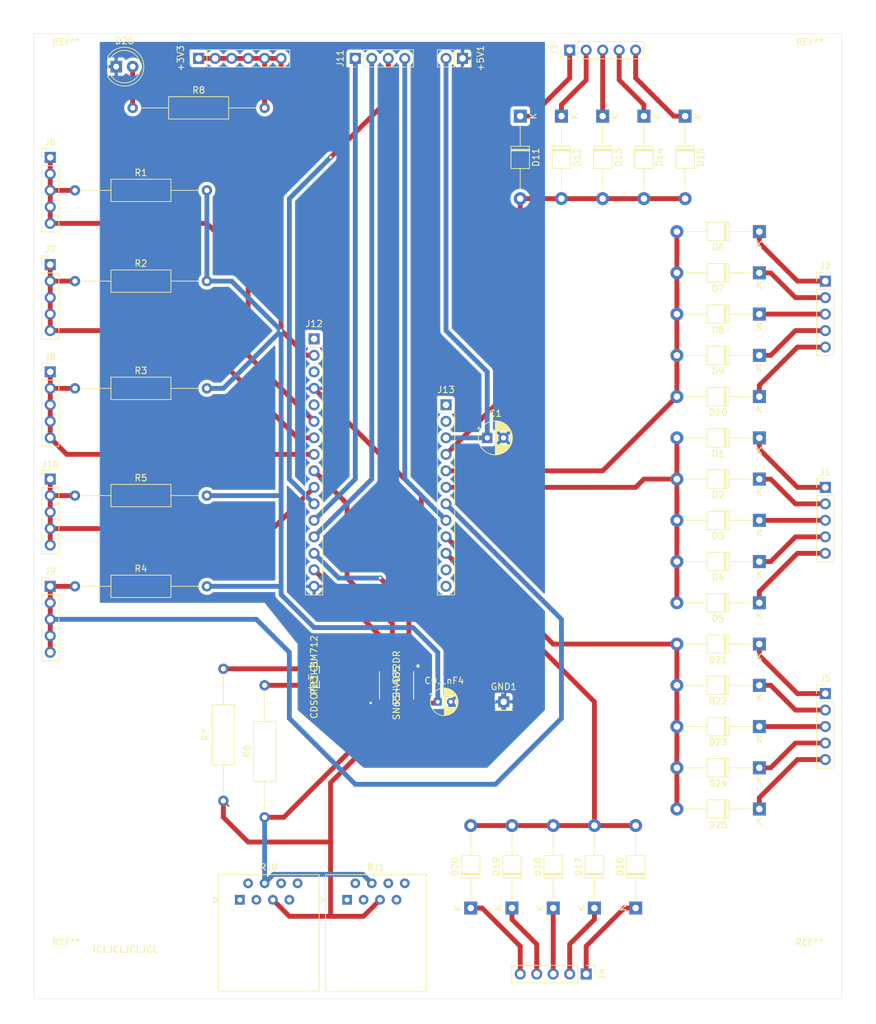
<source format=kicad_pcb>
(kicad_pcb (version 20171130) (host pcbnew "(5.1.5)-3")
  (title_block (title "Input Board"))
  (layers (0 F.Cu signal) (31 B.Cu signal) (34 B.Paste user) (35 F.Paste user) (36 B.SilkS user) (37 F.SilkS user) (38 B.Mask user) (39 F.Mask user) (44 Edge.Cuts user))
  (net 0 "")
  (net 1 +5V)
  (net 2 GND)
  (net 3 +3V3)
  (net 4 /A1)
  (net 5 /A2)
  (net 6 /A3)
  (net 7 /A4)
  (net 8 /D10)
  (net 9 /MOSI)
  (net 10 /MISO)
  (net 11 /SCK)
  (net 12 /D9)
  (net 13 /RST)
  (net 14 /ARF)
  (net 15 /A0)
  (net 16 /A5)
  (net 17 /RXO)
  (net 18 /TX1)
  (net 19 /BAT)
  (net 20 /En)
  (net 21 /D13)
  (net 22 /D12)
  (net 23 /D11)
  (net 24 /D6)
  (net 25 /D5)
  (net 26 /SCL)
  (net 27 /SDA)
  (net 28 "Net-(Prt_IC1-Pad1)")
  (net 29 "Net-(Prt_IC1-Pad2)")
  (net 30 /RJ45_4)
  (net 31 /RJ45_5)
  (net 32 "Net-(RJ0-Pad8)")
  (net 33 "Net-(RJ0-Pad7)")
  (net 34 "Net-(RJ0-Pad6)")
  (net 35 "Net-(RJ0-Pad3)")
  (net 36 "Net-(RJ0-Pad2)")
  (net 37 "Net-(RJ0-Pad1)")
  (net 38 "Net-(RJ1-Pad1)")
  (net 39 "Net-(RJ1-Pad2)")
  (net 40 "Net-(RJ1-Pad3)")
  (net 41 "Net-(RJ1-Pad6)")
  (net 42 "Net-(RJ1-Pad7)")
  (net 43 "Net-(RJ1-Pad8)")
  (net 44 "Net-(D1-Pad1)")
  (net 45 "Net-(D2-Pad1)")
  (net 46 "Net-(D3-Pad1)")
  (net 47 "Net-(D4-Pad1)")
  (net 48 "Net-(D5-Pad1)")
  (net 49 "Net-(D6-Pad1)")
  (net 50 "Net-(D7-Pad1)")
  (net 51 "Net-(D8-Pad1)")
  (net 52 "Net-(D9-Pad1)")
  (net 53 "Net-(D10-Pad1)")
  (net 54 "Net-(D11-Pad1)")
  (net 55 "Net-(D12-Pad1)")
  (net 56 "Net-(D13-Pad1)")
  (net 57 "Net-(D14-Pad1)")
  (net 58 "Net-(D15-Pad1)")
  (net 59 "Net-(D16-Pad1)")
  (net 60 "Net-(D17-Pad1)")
  (net 61 "Net-(D18-Pad1)")
  (net 62 "Net-(D19-Pad1)")
  (net 63 "Net-(D20-Pad1)")
  (net 64 "Net-(D21-Pad1)")
  (net 65 "Net-(D22-Pad1)")
  (net 66 "Net-(D23-Pad1)")
  (net 67 "Net-(D24-Pad1)")
  (net 68 "Net-(D25-Pad1)")
  (net 69 "Net-(D26-Pad2)")
  (module Resistor_THT:R_Axial_DIN0309_L9.0mm_D3.2mm_P20.32mm_Horizontal (layer F.Cu) (at 77.47 29.21)
    (fp_text reference R8 (at 10.16 -2.72) (layer F.SilkS))
    (fp_text value 470)
    (pad 2 thru_hole oval (at 20.32 0) (size 1.6 1.6) (drill 0.8) (layers *.Cu *.Mask) (net 3 +3V3))
    (pad 1 thru_hole circle (at 0 0) (size 1.6 1.6) (drill 0.8) (layers *.Cu *.Mask) (net 69 "Net-(D26-Pad2)"))
  )
  (module Resistor_THT:R_Axial_DIN0309_L9.0mm_D3.2mm_P20.32mm_Horizontal (layer F.Cu) (at 68.58 88.9)
    (fp_text reference R5 (at 10.16 -2.72) (layer F.SilkS))
    (fp_text value 10k)
    (pad 2 thru_hole oval (at 20.32 0) (size 1.6 1.6) (drill 0.8) (layers *.Cu *.Mask) (net 3 +3V3))
    (pad 1 thru_hole circle (at 0 0) (size 1.6 1.6) (drill 0.8) (layers *.Cu *.Mask) (net 16 /A5))
  )
  (module Resistor_THT:R_Axial_DIN0309_L9.0mm_D3.2mm_P20.32mm_Horizontal (layer F.Cu) (at 68.58 102.87)
    (fp_text reference R4 (at 10.16 -2.72) (layer F.SilkS))
    (fp_text value 10k)
    (pad 2 thru_hole oval (at 20.32 0) (size 1.6 1.6) (drill 0.8) (layers *.Cu *.Mask) (net 3 +3V3))
    (pad 1 thru_hole circle (at 0 0) (size 1.6 1.6) (drill 0.8) (layers *.Cu *.Mask) (net 8 /D10))
  )
  (module Resistor_THT:R_Axial_DIN0309_L9.0mm_D3.2mm_P20.32mm_Horizontal (layer F.Cu) (at 68.58 72.39)
    (fp_text reference R3 (at 10.16 -2.72) (layer F.SilkS))
    (fp_text value 10k)
    (pad 2 thru_hole oval (at 20.32 0) (size 1.6 1.6) (drill 0.8) (layers *.Cu *.Mask) (net 3 +3V3))
    (pad 1 thru_hole circle (at 0 0) (size 1.6 1.6) (drill 0.8) (layers *.Cu *.Mask) (net 6 /A3))
  )
  (module Resistor_THT:R_Axial_DIN0309_L9.0mm_D3.2mm_P20.32mm_Horizontal (layer F.Cu) (at 68.58 55.88)
    (fp_text reference R2 (at 10.16 -2.72) (layer F.SilkS))
    (fp_text value 10k)
    (pad 2 thru_hole oval (at 20.32 0) (size 1.6 1.6) (drill 0.8) (layers *.Cu *.Mask) (net 3 +3V3))
    (pad 1 thru_hole circle (at 0 0) (size 1.6 1.6) (drill 0.8) (layers *.Cu *.Mask) (net 5 /A2))
  )
  (module Resistor_THT:R_Axial_DIN0309_L9.0mm_D3.2mm_P20.32mm_Horizontal (layer F.Cu) (at 68.58 41.91)
    (fp_text reference R1 (at 10.16 -2.72) (layer F.SilkS))
    (fp_text value 10k)
    (pad 2 thru_hole oval (at 20.32 0) (size 1.6 1.6) (drill 0.8) (layers *.Cu *.Mask) (net 3 +3V3))
    (pad 1 thru_hole circle (at 0 0) (size 1.6 1.6) (drill 0.8) (layers *.Cu *.Mask) (net 4 /A1))
  )
  (module Connector_PinHeader_2.54mm:PinHeader_1x05_P2.54mm_Vertical (layer F.Cu) (at 64.77 86.36)
    (fp_text reference J10 (at 0 -2.33) (layer F.SilkS))
    (fp_text value Conn_01x05_Female)
    (pad 5 thru_hole oval (at 0 10.16) (size 1.7 1.7) (drill 1) (layers *.Cu *.Mask) (net 16 /A5))
    (pad 4 thru_hole oval (at 0 7.62) (size 1.7 1.7) (drill 1) (layers *.Cu *.Mask) (net 16 /A5))
    (pad 3 thru_hole oval (at 0 5.08) (size 1.7 1.7) (drill 1) (layers *.Cu *.Mask) (net 16 /A5))
    (pad 2 thru_hole oval (at 0 2.54) (size 1.7 1.7) (drill 1) (layers *.Cu *.Mask) (net 16 /A5))
    (pad 1 thru_hole rect (at 0 0) (size 1.7 1.7) (drill 1) (layers *.Cu *.Mask) (net 16 /A5))
  )
  (module Connector_PinHeader_2.54mm:PinHeader_1x05_P2.54mm_Vertical (layer F.Cu) (at 64.77 102.87)
    (fp_text reference J9 (at 0 -2.33) (layer F.SilkS))
    (fp_text value Conn_01x05_Female)
    (pad 5 thru_hole oval (at 0 10.16) (size 1.7 1.7) (drill 1) (layers *.Cu *.Mask) (net 8 /D10))
    (pad 4 thru_hole oval (at 0 7.62) (size 1.7 1.7) (drill 1) (layers *.Cu *.Mask) (net 8 /D10))
    (pad 3 thru_hole oval (at 0 5.08) (size 1.7 1.7) (drill 1) (layers *.Cu *.Mask) (net 8 /D10))
    (pad 2 thru_hole oval (at 0 2.54) (size 1.7 1.7) (drill 1) (layers *.Cu *.Mask) (net 8 /D10))
    (pad 1 thru_hole rect (at 0 0) (size 1.7 1.7) (drill 1) (layers *.Cu *.Mask) (net 8 /D10))
  )
  (module Connector_PinHeader_2.54mm:PinHeader_1x05_P2.54mm_Vertical (layer F.Cu) (at 64.77 69.85)
    (fp_text reference J8 (at 0 -2.33) (layer F.SilkS))
    (fp_text value Conn_01x05_Female)
    (pad 5 thru_hole oval (at 0 10.16) (size 1.7 1.7) (drill 1) (layers *.Cu *.Mask) (net 6 /A3))
    (pad 4 thru_hole oval (at 0 7.62) (size 1.7 1.7) (drill 1) (layers *.Cu *.Mask) (net 6 /A3))
    (pad 3 thru_hole oval (at 0 5.08) (size 1.7 1.7) (drill 1) (layers *.Cu *.Mask) (net 6 /A3))
    (pad 2 thru_hole oval (at 0 2.54) (size 1.7 1.7) (drill 1) (layers *.Cu *.Mask) (net 6 /A3))
    (pad 1 thru_hole rect (at 0 0) (size 1.7 1.7) (drill 1) (layers *.Cu *.Mask) (net 6 /A3))
  )
  (module Connector_PinHeader_2.54mm:PinHeader_1x05_P2.54mm_Vertical (layer F.Cu) (at 64.77 53.34)
    (fp_text reference J7 (at 0 -2.33) (layer F.SilkS))
    (fp_text value Conn_01x05_Female)
    (pad 5 thru_hole oval (at 0 10.16) (size 1.7 1.7) (drill 1) (layers *.Cu *.Mask) (net 5 /A2))
    (pad 4 thru_hole oval (at 0 7.62) (size 1.7 1.7) (drill 1) (layers *.Cu *.Mask) (net 5 /A2))
    (pad 3 thru_hole oval (at 0 5.08) (size 1.7 1.7) (drill 1) (layers *.Cu *.Mask) (net 5 /A2))
    (pad 2 thru_hole oval (at 0 2.54) (size 1.7 1.7) (drill 1) (layers *.Cu *.Mask) (net 5 /A2))
    (pad 1 thru_hole rect (at 0 0) (size 1.7 1.7) (drill 1) (layers *.Cu *.Mask) (net 5 /A2))
  )
  (module Connector_PinHeader_2.54mm:PinHeader_1x05_P2.54mm_Vertical (layer F.Cu) (at 64.77 36.83)
    (fp_text reference J6 (at 0 -2.33) (layer F.SilkS))
    (fp_text value Conn_01x05_Female)
    (pad 5 thru_hole oval (at 0 10.16) (size 1.7 1.7) (drill 1) (layers *.Cu *.Mask) (net 4 /A1))
    (pad 4 thru_hole oval (at 0 7.62) (size 1.7 1.7) (drill 1) (layers *.Cu *.Mask) (net 4 /A1))
    (pad 3 thru_hole oval (at 0 5.08) (size 1.7 1.7) (drill 1) (layers *.Cu *.Mask) (net 4 /A1))
    (pad 2 thru_hole oval (at 0 2.54) (size 1.7 1.7) (drill 1) (layers *.Cu *.Mask) (net 4 /A1))
    (pad 1 thru_hole rect (at 0 0) (size 1.7 1.7) (drill 1) (layers *.Cu *.Mask) (net 4 /A1))
  )
  (module Connector_PinHeader_2.54mm:PinHeader_1x05_P2.54mm_Vertical (layer F.Cu) (at 184.15 119.38)
    (fp_text reference J5 (at 0 -2.33) (layer F.SilkS))
    (fp_text value Conn_01x05_Female)
    (pad 5 thru_hole oval (at 0 10.16) (size 1.7 1.7) (drill 1) (layers *.Cu *.Mask) (net 68 "Net-(D25-Pad1)"))
    (pad 4 thru_hole oval (at 0 7.62) (size 1.7 1.7) (drill 1) (layers *.Cu *.Mask) (net 67 "Net-(D24-Pad1)"))
    (pad 3 thru_hole oval (at 0 5.08) (size 1.7 1.7) (drill 1) (layers *.Cu *.Mask) (net 66 "Net-(D23-Pad1)"))
    (pad 2 thru_hole oval (at 0 2.54) (size 1.7 1.7) (drill 1) (layers *.Cu *.Mask) (net 65 "Net-(D22-Pad1)"))
    (pad 1 thru_hole rect (at 0 0) (size 1.7 1.7) (drill 1) (layers *.Cu *.Mask) (net 64 "Net-(D21-Pad1)"))
  )
  (module Connector_PinHeader_2.54mm:PinHeader_1x05_P2.54mm_Vertical (layer F.Cu) (at 147.32 162.56 270)
    (fp_text reference J4 (at 0 -2.33 90) (layer F.SilkS))
    (fp_text value Conn_01x05_Female)
    (pad 5 thru_hole oval (at 0 10.16 270) (size 1.7 1.7) (drill 1) (layers *.Cu *.Mask) (net 63 "Net-(D20-Pad1)"))
    (pad 4 thru_hole oval (at 0 7.62 270) (size 1.7 1.7) (drill 1) (layers *.Cu *.Mask) (net 62 "Net-(D19-Pad1)"))
    (pad 3 thru_hole oval (at 0 5.08 270) (size 1.7 1.7) (drill 1) (layers *.Cu *.Mask) (net 61 "Net-(D18-Pad1)"))
    (pad 2 thru_hole oval (at 0 2.54 270) (size 1.7 1.7) (drill 1) (layers *.Cu *.Mask) (net 60 "Net-(D17-Pad1)"))
    (pad 1 thru_hole rect (at 0 0 270) (size 1.7 1.7) (drill 1) (layers *.Cu *.Mask) (net 59 "Net-(D16-Pad1)"))
  )
  (module Connector_PinHeader_2.54mm:PinHeader_1x05_P2.54mm_Vertical (layer F.Cu) (at 144.78 20.32 90)
    (fp_text reference J3 (at 0 -2.33 90) (layer F.SilkS))
    (fp_text value Conn_01x05_Female)
    (pad 5 thru_hole oval (at 0 10.16 90) (size 1.7 1.7) (drill 1) (layers *.Cu *.Mask) (net 58 "Net-(D15-Pad1)"))
    (pad 4 thru_hole oval (at 0 7.62 90) (size 1.7 1.7) (drill 1) (layers *.Cu *.Mask) (net 57 "Net-(D14-Pad1)"))
    (pad 3 thru_hole oval (at 0 5.08 90) (size 1.7 1.7) (drill 1) (layers *.Cu *.Mask) (net 56 "Net-(D13-Pad1)"))
    (pad 2 thru_hole oval (at 0 2.54 90) (size 1.7 1.7) (drill 1) (layers *.Cu *.Mask) (net 55 "Net-(D12-Pad1)"))
    (pad 1 thru_hole rect (at 0 0 90) (size 1.7 1.7) (drill 1) (layers *.Cu *.Mask) (net 54 "Net-(D11-Pad1)"))
  )
  (module Connector_PinHeader_2.54mm:PinHeader_1x05_P2.54mm_Vertical (layer F.Cu) (at 184.15 55.88)
    (fp_text reference J2 (at 0 -2.33) (layer F.SilkS))
    (fp_text value Conn_01x05_Female)
    (pad 5 thru_hole oval (at 0 10.16) (size 1.7 1.7) (drill 1) (layers *.Cu *.Mask) (net 53 "Net-(D10-Pad1)"))
    (pad 4 thru_hole oval (at 0 7.62) (size 1.7 1.7) (drill 1) (layers *.Cu *.Mask) (net 52 "Net-(D9-Pad1)"))
    (pad 3 thru_hole oval (at 0 5.08) (size 1.7 1.7) (drill 1) (layers *.Cu *.Mask) (net 51 "Net-(D8-Pad1)"))
    (pad 2 thru_hole oval (at 0 2.54) (size 1.7 1.7) (drill 1) (layers *.Cu *.Mask) (net 50 "Net-(D7-Pad1)"))
    (pad 1 thru_hole rect (at 0 0) (size 1.7 1.7) (drill 1) (layers *.Cu *.Mask) (net 49 "Net-(D6-Pad1)"))
  )
  (module Connector_PinHeader_2.54mm:PinHeader_1x05_P2.54mm_Vertical (layer F.Cu) (at 184.15 87.63)
    (fp_text reference J1 (at 0 -2.33) (layer F.SilkS))
    (fp_text value Conn_01x05_Female)
    (pad 5 thru_hole oval (at 0 10.16) (size 1.7 1.7) (drill 1) (layers *.Cu *.Mask) (net 48 "Net-(D5-Pad1)"))
    (pad 4 thru_hole oval (at 0 7.62) (size 1.7 1.7) (drill 1) (layers *.Cu *.Mask) (net 47 "Net-(D4-Pad1)"))
    (pad 3 thru_hole oval (at 0 5.08) (size 1.7 1.7) (drill 1) (layers *.Cu *.Mask) (net 46 "Net-(D3-Pad1)"))
    (pad 2 thru_hole oval (at 0 2.54) (size 1.7 1.7) (drill 1) (layers *.Cu *.Mask) (net 45 "Net-(D2-Pad1)"))
    (pad 1 thru_hole rect (at 0 0) (size 1.7 1.7) (drill 1) (layers *.Cu *.Mask) (net 44 "Net-(D1-Pad1)"))
  )
  (module LED_THT:LED_D5.0mm (layer F.Cu) (at 74.93 22.86)
    (fp_text reference D26 (at 1.27 -3.96) (layer F.SilkS))
    (fp_text value LED)
    (pad 2 thru_hole circle (at 2.54 0) (size 1.8 1.8) (drill 0.9) (layers *.Cu *.Mask) (net 69 "Net-(D26-Pad2)"))
    (pad 1 thru_hole rect (at 0 0) (size 1.8 1.8) (drill 0.9) (layers *.Cu *.Mask) (net 2 GND))
  )
  (module Diode_THT:D_T-1_P12.70mm_Horizontal (layer F.Cu) (at 173.99 137.16 180)
    (fp_text reference D25 (at 6.35 -2.42) (layer F.SilkS))
    (fp_text value DIODE)
    (fp_text user K (at 0 -2) (layer F.SilkS))
    (pad 2 thru_hole oval (at 12.7 0 180) (size 2 2) (drill 1) (layers *.Cu *.Mask) (net 24 /D6))
    (pad 1 thru_hole rect (at 0 0 180) (size 2 2) (drill 1) (layers *.Cu *.Mask) (net 68 "Net-(D25-Pad1)"))
  )
  (module Diode_THT:D_T-1_P12.70mm_Horizontal (layer F.Cu) (at 173.99 130.81 180)
    (fp_text reference D24 (at 6.35 -2.42) (layer F.SilkS))
    (fp_text value DIODE)
    (fp_text user K (at 0 -2) (layer F.SilkS))
    (pad 2 thru_hole oval (at 12.7 0 180) (size 2 2) (drill 1) (layers *.Cu *.Mask) (net 24 /D6))
    (pad 1 thru_hole rect (at 0 0 180) (size 2 2) (drill 1) (layers *.Cu *.Mask) (net 67 "Net-(D24-Pad1)"))
  )
  (module Diode_THT:D_T-1_P12.70mm_Horizontal (layer F.Cu) (at 173.99 124.46 180)
    (fp_text reference D23 (at 6.35 -2.42) (layer F.SilkS))
    (fp_text value DIODE)
    (fp_text user K (at 0 -2) (layer F.SilkS))
    (pad 2 thru_hole oval (at 12.7 0 180) (size 2 2) (drill 1) (layers *.Cu *.Mask) (net 24 /D6))
    (pad 1 thru_hole rect (at 0 0 180) (size 2 2) (drill 1) (layers *.Cu *.Mask) (net 66 "Net-(D23-Pad1)"))
  )
  (module Diode_THT:D_T-1_P12.70mm_Horizontal (layer F.Cu) (at 173.99 118.11 180)
    (fp_text reference D22 (at 6.35 -2.42) (layer F.SilkS))
    (fp_text value DIODE)
    (fp_text user K (at 0 -2) (layer F.SilkS))
    (pad 2 thru_hole oval (at 12.7 0 180) (size 2 2) (drill 1) (layers *.Cu *.Mask) (net 24 /D6))
    (pad 1 thru_hole rect (at 0 0 180) (size 2 2) (drill 1) (layers *.Cu *.Mask) (net 65 "Net-(D22-Pad1)"))
  )
  (module Diode_THT:D_T-1_P12.70mm_Horizontal (layer F.Cu) (at 173.99 111.76 180)
    (fp_text reference D21 (at 6.35 -2.42) (layer F.SilkS))
    (fp_text value DIODE)
    (fp_text user K (at 0 -2) (layer F.SilkS))
    (pad 2 thru_hole oval (at 12.7 0 180) (size 2 2) (drill 1) (layers *.Cu *.Mask) (net 24 /D6))
    (pad 1 thru_hole rect (at 0 0 180) (size 2 2) (drill 1) (layers *.Cu *.Mask) (net 64 "Net-(D21-Pad1)"))
  )
  (module Diode_THT:D_T-1_P12.70mm_Horizontal (layer F.Cu) (at 129.54 152.4 90)
    (fp_text reference D20 (at 6.35 -2.42 90) (layer F.SilkS))
    (fp_text value DIODE)
    (fp_text user K (at 0 -2 90) (layer F.SilkS))
    (pad 2 thru_hole oval (at 12.7 0 90) (size 2 2) (drill 1) (layers *.Cu *.Mask) (net 25 /D5))
    (pad 1 thru_hole rect (at 0 0 90) (size 2 2) (drill 1) (layers *.Cu *.Mask) (net 63 "Net-(D20-Pad1)"))
  )
  (module Diode_THT:D_T-1_P12.70mm_Horizontal (layer F.Cu) (at 135.89 152.4 90)
    (fp_text reference D19 (at 6.35 -2.42 90) (layer F.SilkS))
    (fp_text value DIODE)
    (fp_text user K (at 0 -2 90) (layer F.SilkS))
    (pad 2 thru_hole oval (at 12.7 0 90) (size 2 2) (drill 1) (layers *.Cu *.Mask) (net 25 /D5))
    (pad 1 thru_hole rect (at 0 0 90) (size 2 2) (drill 1) (layers *.Cu *.Mask) (net 62 "Net-(D19-Pad1)"))
  )
  (module Diode_THT:D_T-1_P12.70mm_Horizontal (layer F.Cu) (at 142.24 152.4 90)
    (fp_text reference D18 (at 6.35 -2.42 90) (layer F.SilkS))
    (fp_text value DIODE)
    (fp_text user K (at 0 -2 90) (layer F.SilkS))
    (pad 2 thru_hole oval (at 12.7 0 90) (size 2 2) (drill 1) (layers *.Cu *.Mask) (net 25 /D5))
    (pad 1 thru_hole rect (at 0 0 90) (size 2 2) (drill 1) (layers *.Cu *.Mask) (net 61 "Net-(D18-Pad1)"))
  )
  (module Diode_THT:D_T-1_P12.70mm_Horizontal (layer F.Cu) (at 148.59 152.4 90)
    (fp_text reference D17 (at 6.35 -2.42 90) (layer F.SilkS))
    (fp_text value DIODE)
    (fp_text user K (at 0 -2 90) (layer F.SilkS))
    (pad 2 thru_hole oval (at 12.7 0 90) (size 2 2) (drill 1) (layers *.Cu *.Mask) (net 25 /D5))
    (pad 1 thru_hole rect (at 0 0 90) (size 2 2) (drill 1) (layers *.Cu *.Mask) (net 60 "Net-(D17-Pad1)"))
  )
  (module Diode_THT:D_T-1_P12.70mm_Horizontal (layer F.Cu) (at 154.94 152.4 90)
    (fp_text reference D16 (at 6.35 -2.42 90) (layer F.SilkS))
    (fp_text value DIODE)
    (fp_text user K (at 0 -2 90) (layer F.SilkS))
    (pad 2 thru_hole oval (at 12.7 0 90) (size 2 2) (drill 1) (layers *.Cu *.Mask) (net 25 /D5))
    (pad 1 thru_hole rect (at 0 0 90) (size 2 2) (drill 1) (layers *.Cu *.Mask) (net 59 "Net-(D16-Pad1)"))
  )
  (module Diode_THT:D_T-1_P12.70mm_Horizontal (layer F.Cu) (at 162.56 30.48 270)
    (fp_text reference D15 (at 6.35 -2.42 90) (layer F.SilkS))
    (fp_text value DIODE)
    (fp_text user K (at 0 -2 90) (layer F.SilkS))
    (pad 2 thru_hole oval (at 12.7 0 270) (size 2 2) (drill 1) (layers *.Cu *.Mask) (net 21 /D13))
    (pad 1 thru_hole rect (at 0 0 270) (size 2 2) (drill 1) (layers *.Cu *.Mask) (net 58 "Net-(D15-Pad1)"))
  )
  (module Diode_THT:D_T-1_P12.70mm_Horizontal (layer F.Cu) (at 156.21 30.48 270)
    (fp_text reference D14 (at 6.35 -2.42 90) (layer F.SilkS))
    (fp_text value DIODE)
    (fp_text user K (at 0 -2 90) (layer F.SilkS))
    (pad 2 thru_hole oval (at 12.7 0 270) (size 2 2) (drill 1) (layers *.Cu *.Mask) (net 21 /D13))
    (pad 1 thru_hole rect (at 0 0 270) (size 2 2) (drill 1) (layers *.Cu *.Mask) (net 57 "Net-(D14-Pad1)"))
  )
  (module Diode_THT:D_T-1_P12.70mm_Horizontal (layer F.Cu) (at 149.86 30.48 270)
    (fp_text reference D13 (at 6.35 -2.42 90) (layer F.SilkS))
    (fp_text value DIODE)
    (fp_text user K (at 0 -2 90) (layer F.SilkS))
    (pad 2 thru_hole oval (at 12.7 0 270) (size 2 2) (drill 1) (layers *.Cu *.Mask) (net 21 /D13))
    (pad 1 thru_hole rect (at 0 0 270) (size 2 2) (drill 1) (layers *.Cu *.Mask) (net 56 "Net-(D13-Pad1)"))
  )
  (module Diode_THT:D_T-1_P12.70mm_Horizontal (layer F.Cu) (at 143.51 30.48 270)
    (fp_text reference D12 (at 6.35 -2.42 90) (layer F.SilkS))
    (fp_text value DIODE)
    (fp_text user K (at 0 -2 90) (layer F.SilkS))
    (pad 2 thru_hole oval (at 12.7 0 270) (size 2 2) (drill 1) (layers *.Cu *.Mask) (net 21 /D13))
    (pad 1 thru_hole rect (at 0 0 270) (size 2 2) (drill 1) (layers *.Cu *.Mask) (net 55 "Net-(D12-Pad1)"))
  )
  (module Diode_THT:D_T-1_P12.70mm_Horizontal (layer F.Cu) (at 137.16 30.48 270)
    (fp_text reference D11 (at 6.35 -2.42 90) (layer F.SilkS))
    (fp_text value DIODE)
    (fp_text user K (at 0 -2 90) (layer F.SilkS))
    (pad 2 thru_hole oval (at 12.7 0 270) (size 2 2) (drill 1) (layers *.Cu *.Mask) (net 21 /D13))
    (pad 1 thru_hole rect (at 0 0 270) (size 2 2) (drill 1) (layers *.Cu *.Mask) (net 54 "Net-(D11-Pad1)"))
  )
  (module Diode_THT:D_T-1_P12.70mm_Horizontal (layer F.Cu) (at 173.99 73.66 180)
    (fp_text reference D10 (at 6.35 -2.42) (layer F.SilkS))
    (fp_text value DIODE)
    (fp_text user K (at 0 -2) (layer F.SilkS))
    (pad 2 thru_hole oval (at 12.7 0 180) (size 2 2) (drill 1) (layers *.Cu *.Mask) (net 22 /D12))
    (pad 1 thru_hole rect (at 0 0 180) (size 2 2) (drill 1) (layers *.Cu *.Mask) (net 53 "Net-(D10-Pad1)"))
  )
  (module Diode_THT:D_T-1_P12.70mm_Horizontal (layer F.Cu) (at 173.99 67.31 180)
    (fp_text reference D9 (at 6.35 -2.42) (layer F.SilkS))
    (fp_text value DIODE)
    (fp_text user K (at 0 -2) (layer F.SilkS))
    (pad 2 thru_hole oval (at 12.7 0 180) (size 2 2) (drill 1) (layers *.Cu *.Mask) (net 22 /D12))
    (pad 1 thru_hole rect (at 0 0 180) (size 2 2) (drill 1) (layers *.Cu *.Mask) (net 52 "Net-(D9-Pad1)"))
  )
  (module Diode_THT:D_T-1_P12.70mm_Horizontal (layer F.Cu) (at 173.99 60.96 180)
    (fp_text reference D8 (at 6.35 -2.42) (layer F.SilkS))
    (fp_text value DIODE)
    (fp_text user K (at 0 -2) (layer F.SilkS))
    (pad 2 thru_hole oval (at 12.7 0 180) (size 2 2) (drill 1) (layers *.Cu *.Mask) (net 22 /D12))
    (pad 1 thru_hole rect (at 0 0 180) (size 2 2) (drill 1) (layers *.Cu *.Mask) (net 51 "Net-(D8-Pad1)"))
  )
  (module Diode_THT:D_T-1_P12.70mm_Horizontal (layer F.Cu) (at 173.99 54.61 180)
    (fp_text reference D7 (at 6.35 -2.42) (layer F.SilkS))
    (fp_text value DIODE)
    (fp_text user K (at 0 -2) (layer F.SilkS))
    (pad 2 thru_hole oval (at 12.7 0 180) (size 2 2) (drill 1) (layers *.Cu *.Mask) (net 22 /D12))
    (pad 1 thru_hole rect (at 0 0 180) (size 2 2) (drill 1) (layers *.Cu *.Mask) (net 50 "Net-(D7-Pad1)"))
  )
  (module Diode_THT:D_T-1_P12.70mm_Horizontal (layer F.Cu) (at 173.99 48.26 180)
    (fp_text reference D6 (at 6.35 -2.42) (layer F.SilkS))
    (fp_text value DIODE)
    (fp_text user K (at 0 -2) (layer F.SilkS))
    (pad 2 thru_hole oval (at 12.7 0 180) (size 2 2) (drill 1) (layers *.Cu *.Mask) (net 22 /D12))
    (pad 1 thru_hole rect (at 0 0 180) (size 2 2) (drill 1) (layers *.Cu *.Mask) (net 49 "Net-(D6-Pad1)"))
  )
  (module Diode_THT:D_T-1_P12.70mm_Horizontal (layer F.Cu) (at 173.99 105.41 180)
    (fp_text reference D5 (at 6.35 -2.42) (layer F.SilkS))
    (fp_text value DIODE)
    (fp_text user K (at 0 -2) (layer F.SilkS))
    (pad 2 thru_hole oval (at 12.7 0 180) (size 2 2) (drill 1) (layers *.Cu *.Mask) (net 23 /D11))
    (pad 1 thru_hole rect (at 0 0 180) (size 2 2) (drill 1) (layers *.Cu *.Mask) (net 48 "Net-(D5-Pad1)"))
  )
  (module Diode_THT:D_T-1_P12.70mm_Horizontal (layer F.Cu) (at 173.99 99.06 180)
    (fp_text reference D4 (at 6.35 -2.42) (layer F.SilkS))
    (fp_text value DIODE)
    (fp_text user K (at 0 -2) (layer F.SilkS))
    (pad 2 thru_hole oval (at 12.7 0 180) (size 2 2) (drill 1) (layers *.Cu *.Mask) (net 23 /D11))
    (pad 1 thru_hole rect (at 0 0 180) (size 2 2) (drill 1) (layers *.Cu *.Mask) (net 47 "Net-(D4-Pad1)"))
  )
  (module Diode_THT:D_T-1_P12.70mm_Horizontal (layer F.Cu) (at 173.99 92.71 180)
    (fp_text reference D3 (at 6.35 -2.42) (layer F.SilkS))
    (fp_text value DIODE)
    (fp_text user K (at 0 -2) (layer F.SilkS))
    (pad 2 thru_hole oval (at 12.7 0 180) (size 2 2) (drill 1) (layers *.Cu *.Mask) (net 23 /D11))
    (pad 1 thru_hole rect (at 0 0 180) (size 2 2) (drill 1) (layers *.Cu *.Mask) (net 46 "Net-(D3-Pad1)"))
  )
  (module Diode_THT:D_T-1_P12.70mm_Horizontal (layer F.Cu) (at 173.99 86.36 180)
    (fp_text reference D2 (at 6.35 -2.42) (layer F.SilkS))
    (fp_text value DIODE)
    (fp_text user K (at 0 -2) (layer F.SilkS))
    (pad 2 thru_hole oval (at 12.7 0 180) (size 2 2) (drill 1) (layers *.Cu *.Mask) (net 23 /D11))
    (pad 1 thru_hole rect (at 0 0 180) (size 2 2) (drill 1) (layers *.Cu *.Mask) (net 45 "Net-(D2-Pad1)"))
  )
  (module Diode_THT:D_T-1_P12.70mm_Horizontal (layer F.Cu) (at 173.99 80.01 180)
    (fp_text reference D1 (at 6.35 -2.42) (layer F.SilkS))
    (fp_text value DIODE)
    (fp_text user K (at 0 -2) (layer F.SilkS))
    (pad 2 thru_hole oval (at 12.7 0 180) (size 2 2) (drill 1) (layers *.Cu *.Mask) (net 23 /D11))
    (pad 1 thru_hole rect (at 0 0 180) (size 2 2) (drill 1) (layers *.Cu *.Mask) (net 44 "Net-(D1-Pad1)"))
  )
  (module Connector_PinSocket_2.54mm:PinSocket_1x02_P2.54mm_Vertical (layer F.Cu) (at 128.27 21.59 270)
    (fp_text reference +5V1 (at 0 -2.77 90) (layer F.SilkS))
    (fp_text value Conn_01x02_Female)
    (pad 2 thru_hole oval (at 0 2.54 270) (size 1.7 1.7) (drill 1) (layers *.Cu *.Mask) (net 1 +5V))
    (pad 1 thru_hole rect (at 0 0 270) (size 1.7 1.7) (drill 1) (layers *.Cu *.Mask) (net 2 GND))
  )
  (module Connector_PinSocket_2.54mm:PinSocket_1x06_P2.54mm_Vertical (layer F.Cu) (at 87.63 21.59 90)
    (fp_text reference +3V3 (at 0 -2.77 90) (layer F.SilkS))
    (fp_text value Conn_01x06_Female)
    (pad 6 thru_hole oval (at 0 12.7 90) (size 1.7 1.7) (drill 1) (layers *.Cu *.Mask) (net 3 +3V3))
    (pad 5 thru_hole oval (at 0 10.16 90) (size 1.7 1.7) (drill 1) (layers *.Cu *.Mask) (net 3 +3V3))
    (pad 4 thru_hole oval (at 0 7.62 90) (size 1.7 1.7) (drill 1) (layers *.Cu *.Mask) (net 3 +3V3))
    (pad 3 thru_hole oval (at 0 5.08 90) (size 1.7 1.7) (drill 1) (layers *.Cu *.Mask) (net 3 +3V3))
    (pad 2 thru_hole oval (at 0 2.54 90) (size 1.7 1.7) (drill 1) (layers *.Cu *.Mask) (net 3 +3V3))
    (pad 1 thru_hole rect (at 0 0 90) (size 1.7 1.7) (drill 1) (layers *.Cu *.Mask) (net 3 +3V3))
  )
  (module MountingHole:MountingHole_2.7mm_M2.5 (layer F.Cu) (at 181.78 22.78)
    (fp_text reference REF** (at 0 -3.7) (layer F.SilkS))
    (fp_text value MountingHole_2.7mm_M2.5)
    (pad 1 np_thru_hole circle (at 0 0) (size 2.7 2.7) (drill 2.7) (layers *.Cu *.Mask))
  )
  (module MountingHole:MountingHole_2.7mm_M2.5 (layer F.Cu) (at 181.69 161.37)
    (fp_text reference REF** (at 0 -3.7) (layer F.SilkS))
    (fp_text value MountingHole_2.7mm_M2.5)
    (pad 1 np_thru_hole circle (at 0 0) (size 2.7 2.7) (drill 2.7) (layers *.Cu *.Mask))
  )
  (module MountingHole:MountingHole_2.7mm_M2.5 (layer F.Cu) (at 67.23 161.37)
    (fp_text reference REF** (at 0 -3.7) (layer F.SilkS))
    (fp_text value MountingHole_2.7mm_M2.5)
    (pad 1 np_thru_hole circle (at 0 0) (size 2.7 2.7) (drill 2.7) (layers *.Cu *.Mask))
  )
  (module MountingHole:MountingHole_2.7mm_M2.5 (layer F.Cu) (at 67.23 22.78)
    (fp_text reference REF** (at 0 -3.7) (layer F.SilkS))
    (fp_text value MountingHole_2.7mm_M2.5)
    (pad 1 np_thru_hole circle (at 0 0) (size 2.7 2.7) (drill 2.7) (layers *.Cu *.Mask))
  )
  (module Capacitor_THT:CP_Radial_D5.0mm_P2.50mm (layer F.Cu) (at 132.08 80.01)
    (fp_text reference C1 (at 1.25 -3.75) (layer F.SilkS))
    (fp_text value CP)
    (pad 1 thru_hole rect (at 0 0) (size 1.6 1.6) (drill 0.8) (layers *.Cu *.Mask) (net 1 +5V))
    (pad 2 thru_hole circle (at 2.5 0) (size 1.6 1.6) (drill 0.8) (layers *.Cu *.Mask) (net 2 GND))
  )
  (module Capacitor_THT:CP_Radial_D4.0mm_P2.00mm (layer F.Cu) (at 124.46 120.65)
    (fp_text reference C0.1nF4 (at 1 -3.25) (layer F.SilkS))
    (fp_text value "0.1 nF")
    (pad 1 thru_hole rect (at 0 0) (size 1.2 1.2) (drill 0.6) (layers *.Cu *.Mask) (net 3 +3V3))
    (pad 2 thru_hole circle (at 2 0) (size 1.2 1.2) (drill 0.6) (layers *.Cu *.Mask) (net 2 GND))
  )
  (module Connector_PinHeader_2.54mm:PinHeader_1x01_P2.54mm_Vertical (layer F.Cu) (at 134.62 120.65)
    (fp_text reference GND1 (at 0 -2.33) (layer F.SilkS))
    (fp_text value Conn_01x01_Male)
    (pad 1 thru_hole rect (at 0 0) (size 1.7 1.7) (drill 1) (layers *.Cu *.Mask) (net 2 GND))
  )
  (module Connector_PinHeader_2.54mm:PinHeader_1x04_P2.54mm_Vertical (layer F.Cu) (at 111.76 21.59 90)
    (fp_text reference J11 (at 0 -2.33 90) (layer F.SilkS))
    (fp_text value Conn_01x04_Female)
    (pad 1 thru_hole rect (at 0 0 90) (size 1.7 1.7) (drill 1) (layers *.Cu *.Mask) (net 9 /MOSI))
    (pad 2 thru_hole oval (at 0 2.54 90) (size 1.7 1.7) (drill 1) (layers *.Cu *.Mask) (net 10 /MISO))
    (pad 3 thru_hole oval (at 0 5.08 90) (size 1.7 1.7) (drill 1) (layers *.Cu *.Mask) (net 11 /SCK))
    (pad 4 thru_hole oval (at 0 7.62 90) (size 1.7 1.7) (drill 1) (layers *.Cu *.Mask) (net 12 /D9))
  )
  (module Connector_PinHeader_2.54mm:PinHeader_1x16_P2.54mm_Vertical (layer F.Cu) (at 105.41 64.77)
    (fp_text reference J12 (at 0 -2.33) (layer F.SilkS))
    (fp_text value MCU_LEFT_LEGS)
    (pad 1 thru_hole rect (at 0 0) (size 1.7 1.7) (drill 1) (layers *.Cu *.Mask) (net 13 /RST))
    (pad 2 thru_hole oval (at 0 2.54) (size 1.7 1.7) (drill 1) (layers *.Cu *.Mask) (net 3 +3V3))
    (pad 3 thru_hole oval (at 0 5.08) (size 1.7 1.7) (drill 1) (layers *.Cu *.Mask) (net 14 /ARF))
    (pad 4 thru_hole oval (at 0 7.62) (size 1.7 1.7) (drill 1) (layers *.Cu *.Mask) (net 2 GND))
    (pad 5 thru_hole oval (at 0 10.16) (size 1.7 1.7) (drill 1) (layers *.Cu *.Mask) (net 15 /A0))
    (pad 6 thru_hole oval (at 0 12.7) (size 1.7 1.7) (drill 1) (layers *.Cu *.Mask) (net 4 /A1))
    (pad 7 thru_hole oval (at 0 15.24) (size 1.7 1.7) (drill 1) (layers *.Cu *.Mask) (net 5 /A2))
    (pad 8 thru_hole oval (at 0 17.78) (size 1.7 1.7) (drill 1) (layers *.Cu *.Mask) (net 6 /A3))
    (pad 9 thru_hole oval (at 0 20.32) (size 1.7 1.7) (drill 1) (layers *.Cu *.Mask) (net 7 /A4))
    (pad 10 thru_hole oval (at 0 22.86) (size 1.7 1.7) (drill 1) (layers *.Cu *.Mask) (net 16 /A5))
    (pad 11 thru_hole oval (at 0 25.4) (size 1.7 1.7) (drill 1) (layers *.Cu *.Mask) (net 11 /SCK))
    (pad 12 thru_hole oval (at 0 27.94) (size 1.7 1.7) (drill 1) (layers *.Cu *.Mask) (net 9 /MOSI))
    (pad 13 thru_hole oval (at 0 30.48) (size 1.7 1.7) (drill 1) (layers *.Cu *.Mask) (net 10 /MISO))
    (pad 14 thru_hole oval (at 0 33.02) (size 1.7 1.7) (drill 1) (layers *.Cu *.Mask) (net 17 /RXO))
    (pad 15 thru_hole oval (at 0 35.56) (size 1.7 1.7) (drill 1) (layers *.Cu *.Mask) (net 18 /TX1))
    (pad 16 thru_hole oval (at 0 38.1) (size 1.7 1.7) (drill 1) (layers *.Cu *.Mask) (net 2 GND))
  )
  (module Connector_PinHeader_2.54mm:PinHeader_1x12_P2.54mm_Vertical (layer F.Cu) (at 125.73 74.93)
    (fp_text reference J13 (at 0 -2.33) (layer F.SilkS))
    (fp_text value MCU_RIGHT_LEGS)
    (pad 1 thru_hole rect (at 0 0) (size 1.7 1.7) (drill 1) (layers *.Cu *.Mask) (net 19 /BAT))
    (pad 2 thru_hole oval (at 0 2.54) (size 1.7 1.7) (drill 1) (layers *.Cu *.Mask) (net 20 /En))
    (pad 3 thru_hole oval (at 0 5.08) (size 1.7 1.7) (drill 1) (layers *.Cu *.Mask) (net 1 +5V))
    (pad 4 thru_hole oval (at 0 7.62) (size 1.7 1.7) (drill 1) (layers *.Cu *.Mask) (net 21 /D13))
    (pad 5 thru_hole oval (at 0 10.16) (size 1.7 1.7) (drill 1) (layers *.Cu *.Mask) (net 22 /D12))
    (pad 6 thru_hole oval (at 0 12.7) (size 1.7 1.7) (drill 1) (layers *.Cu *.Mask) (net 23 /D11))
    (pad 7 thru_hole oval (at 0 15.24) (size 1.7 1.7) (drill 1) (layers *.Cu *.Mask) (net 8 /D10))
    (pad 8 thru_hole oval (at 0 17.78) (size 1.7 1.7) (drill 1) (layers *.Cu *.Mask) (net 12 /D9))
    (pad 9 thru_hole oval (at 0 20.32) (size 1.7 1.7) (drill 1) (layers *.Cu *.Mask) (net 24 /D6))
    (pad 10 thru_hole oval (at 0 22.86) (size 1.7 1.7) (drill 1) (layers *.Cu *.Mask) (net 25 /D5))
    (pad 11 thru_hole oval (at 0 25.4) (size 1.7 1.7) (drill 1) (layers *.Cu *.Mask) (net 26 /SCL))
    (pad 12 thru_hole oval (at 0 27.94) (size 1.7 1.7) (drill 1) (layers *.Cu *.Mask) (net 27 /SDA))
  )
  (module CDSOT23-SM712:CDSOT23-SM712 (layer F.Cu) (at 105.41 116.84 270)
    (fp_text reference Prt_IC1 (at 0 0 90) (layer F.SilkS))
    (fp_text value CDSOT23-SM712 (at 0 0 90) (layer F.SilkS))
    (fp_text user * (at 0 0 90) (layer F.SilkS))
    (pad 1 smd rect (at -0.950001 0.9525 270) (size 0.5588 1.2954) (layers F.Cu F.Paste F.Mask) (net 28 "Net-(Prt_IC1-Pad1)"))
    (pad 2 smd rect (at 0.950001 0.9525 270) (size 0.5588 1.2954) (layers F.Cu F.Paste F.Mask) (net 29 "Net-(Prt_IC1-Pad2)"))
    (pad 3 smd rect (at 0 -0.9525 270) (size 0.5588 1.2954) (layers F.Cu F.Paste F.Mask) (net 2 GND))
  )
  (module Resistor_THT:R_Axial_DIN0309_L9.0mm_D3.2mm_P20.32mm_Horizontal (layer F.Cu) (at 97.79 138.43 90)
    (fp_text reference R6 (at 10.16 -2.72 90) (layer F.SilkS))
    (fp_text value R10)
    (pad 1 thru_hole circle (at 0 0 90) (size 1.6 1.6) (drill 0.8) (layers *.Cu *.Mask) (net 30 /RJ45_4))
    (pad 2 thru_hole oval (at 20.32 0 90) (size 1.6 1.6) (drill 0.8) (layers *.Cu *.Mask) (net 29 "Net-(Prt_IC1-Pad2)"))
  )
  (module Resistor_THT:R_Axial_DIN0309_L9.0mm_D3.2mm_P20.32mm_Horizontal (layer F.Cu) (at 91.44 135.89 90)
    (fp_text reference R7 (at 10.16 -2.72 90) (layer F.SilkS))
    (fp_text value R11)
    (pad 2 thru_hole oval (at 20.32 0 90) (size 1.6 1.6) (drill 0.8) (layers *.Cu *.Mask) (net 28 "Net-(Prt_IC1-Pad1)"))
    (pad 1 thru_hole circle (at 0 0 90) (size 1.6 1.6) (drill 0.8) (layers *.Cu *.Mask) (net 31 /RJ45_5))
  )
  (module Connector_RJ:RJ45_Amphenol_54602-x08_Horizontal (layer F.Cu) (at 93.98 151.13)
    (fp_text reference RJ0 (at 4.445 -5) (layer F.SilkS))
    (fp_text value RJ45)
    (pad 8 thru_hole circle (at 8.89 -2.54) (size 1.5 1.5) (drill 0.76) (layers *.Cu *.Mask) (net 32 "Net-(RJ0-Pad8)"))
    (pad 7 thru_hole circle (at 7.62 0) (size 1.5 1.5) (drill 0.76) (layers *.Cu *.Mask) (net 33 "Net-(RJ0-Pad7)"))
    (pad 6 thru_hole circle (at 6.35 -2.54) (size 1.5 1.5) (drill 0.76) (layers *.Cu *.Mask) (net 34 "Net-(RJ0-Pad6)"))
    (pad 5 thru_hole circle (at 5.08 0) (size 1.5 1.5) (drill 0.76) (layers *.Cu *.Mask) (net 31 /RJ45_5))
    (pad 4 thru_hole circle (at 3.81 -2.54) (size 1.5 1.5) (drill 0.76) (layers *.Cu *.Mask) (net 30 /RJ45_4))
    (pad 3 thru_hole circle (at 2.54 0) (size 1.5 1.5) (drill 0.76) (layers *.Cu *.Mask) (net 35 "Net-(RJ0-Pad3)"))
    (pad 2 thru_hole circle (at 1.27 -2.54) (size 1.5 1.5) (drill 0.76) (layers *.Cu *.Mask) (net 36 "Net-(RJ0-Pad2)"))
    (pad 1 thru_hole rect (at 0 0) (size 1.5 1.5) (drill 0.76) (layers *.Cu *.Mask) (net 37 "Net-(RJ0-Pad1)"))
    (pad "" np_thru_hole circle (at -1.27 6.35) (size 3.2 3.2) (drill 3.2) (layers *.Cu *.Mask))
    (pad "" np_thru_hole circle (at 10.16 6.35) (size 3.2 3.2) (drill 3.2) (layers *.Cu *.Mask))
  )
  (module Connector_RJ:RJ45_Amphenol_54602-x08_Horizontal (layer F.Cu) (at 110.49 151.13)
    (fp_text reference RJ1 (at 4.445 -5) (layer F.SilkS))
    (fp_text value RJ45)
    (pad "" np_thru_hole circle (at 10.16 6.35) (size 3.2 3.2) (drill 3.2) (layers *.Cu *.Mask))
    (pad "" np_thru_hole circle (at -1.27 6.35) (size 3.2 3.2) (drill 3.2) (layers *.Cu *.Mask))
    (pad 1 thru_hole rect (at 0 0) (size 1.5 1.5) (drill 0.76) (layers *.Cu *.Mask) (net 38 "Net-(RJ1-Pad1)"))
    (pad 2 thru_hole circle (at 1.27 -2.54) (size 1.5 1.5) (drill 0.76) (layers *.Cu *.Mask) (net 39 "Net-(RJ1-Pad2)"))
    (pad 3 thru_hole circle (at 2.54 0) (size 1.5 1.5) (drill 0.76) (layers *.Cu *.Mask) (net 40 "Net-(RJ1-Pad3)"))
    (pad 4 thru_hole circle (at 3.81 -2.54) (size 1.5 1.5) (drill 0.76) (layers *.Cu *.Mask) (net 30 /RJ45_4))
    (pad 5 thru_hole circle (at 5.08 0) (size 1.5 1.5) (drill 0.76) (layers *.Cu *.Mask) (net 31 /RJ45_5))
    (pad 6 thru_hole circle (at 6.35 -2.54) (size 1.5 1.5) (drill 0.76) (layers *.Cu *.Mask) (net 41 "Net-(RJ1-Pad6)"))
    (pad 7 thru_hole circle (at 7.62 0) (size 1.5 1.5) (drill 0.76) (layers *.Cu *.Mask) (net 42 "Net-(RJ1-Pad7)"))
    (pad 8 thru_hole circle (at 8.89 -2.54) (size 1.5 1.5) (drill 0.76) (layers *.Cu *.Mask) (net 43 "Net-(RJ1-Pad8)"))
  )
  (module sn65hvd72:SN65HVD72DR (layer F.Cu) (at 118.11 118.11 270)
    (fp_text reference RS-485 (at 0 0 90) (layer F.SilkS))
    (fp_text value SN65HVD72DR (at 0 0 90) (layer F.SilkS))
    (fp_text user * (at -2.97535 -3.616 90) (layer F.SilkS))
    (fp_text user * (at -2.97535 -3.616 90) (layer F.SilkS))
    (pad 1 smd rect (at -2.721348 -1.905 270) (size 1.454899 0.568) (layers F.Cu F.Paste F.Mask) (net 17 /RXO))
    (pad 2 smd rect (at -2.721348 -0.635 270) (size 1.454899 0.568) (layers F.Cu F.Paste F.Mask) (net 7 /A4))
    (pad 3 smd rect (at -2.721348 0.635 270) (size 1.454899 0.568) (layers F.Cu F.Paste F.Mask) (net 7 /A4))
    (pad 4 smd rect (at -2.721348 1.905 270) (size 1.454899 0.568) (layers F.Cu F.Paste F.Mask) (net 18 /TX1))
    (pad 5 smd rect (at 2.721348 1.905 270) (size 1.454899 0.568) (layers F.Cu F.Paste F.Mask) (net 2 GND))
    (pad 6 smd rect (at 2.721348 0.635 270) (size 1.454899 0.568) (layers F.Cu F.Paste F.Mask) (net 30 /RJ45_4))
    (pad 7 smd rect (at 2.721348 -0.635 270) (size 1.454899 0.568) (layers F.Cu F.Paste F.Mask) (net 31 /RJ45_5))
    (pad 8 smd rect (at 2.721348 -1.905 270) (size 1.454899 0.568) (layers F.Cu F.Paste F.Mask) (net 3 +3V3))
  )
  (gr_line (start 62.23 17.78) (end 186.69 17.78) (layer Edge.Cuts) (width 0.05))
  (gr_line (start 62.23 166.37) (end 62.23 17.78) (layer Edge.Cuts) (width 0.05))
  (gr_line (start 186.69 166.37) (end 62.23 166.37) (layer Edge.Cuts) (width 0.05))
  (gr_line (start 186.69 17.78) (end 186.69 166.37) (layer Edge.Cuts) (width 0.05))
  (gr_text JCLJCLJCLJCL (at 76.2 158.75) (layer F.SilkS) (effects (font (size 1 1))))
  (segment (start 132.08 80.01) (end 125.73 80.01) (width 0.75) (layer B.Cu) (net 1))
  (segment (start 125.73 21.59) (end 125.73 63.5) (width 0.75) (layer B.Cu) (net 1))
  (segment (start 132.08 69.85) (end 132.08 80.01) (width 0.75) (layer B.Cu) (net 1))
  (segment (start 125.73 63.5) (end 132.08 69.85) (width 0.75) (layer B.Cu) (net 1))
  (segment (start 111.251548 120.831348) (end 114.118652 120.831348) (width 0.75) (layer F.Cu) (net 2))
  (segment (start 106.3625 116.84) (end 107.2602 116.84) (width 0.75) (layer F.Cu) (net 2))
  (segment (start 107.2602 116.84) (end 111.251548 120.831348) (width 0.75) (layer F.Cu) (net 2))
  (segment (start 105.41 72.39) (end 121.92 88.9) (width 0.75) (layer F.Cu) (net 2))
  (segment (start 121.92 88.9) (end 121.92 102.87) (width 0.75) (layer F.Cu) (net 2))
  (segment (start 134.62 115.57) (end 134.62 120.65) (width 0.75) (layer F.Cu) (net 2))
  (segment (start 121.92 102.87) (end 134.62 115.57) (width 0.75) (layer F.Cu) (net 2))
  (segment (start 134.62 122.25) (end 131.14 125.73) (width 0.75) (layer B.Cu) (net 2))
  (segment (start 134.62 120.65) (end 134.62 122.25) (width 0.75) (layer B.Cu) (net 2))
  (segment (start 114.118652 120.831348) (end 116.205 120.831348) (width 0.75) (layer F.Cu) (net 2))
  (via (at 114.118652 120.831348) (size 0.8) (drill 0.4) (layers F.Cu B.Cu) (net 2))
  (segment (start 114.118652 120.831348) (end 114.118652 121.738652) (width 0.75) (layer B.Cu) (net 2))
  (segment (start 118.11 125.73) (end 131.14 125.73) (width 0.75) (layer B.Cu) (net 2))
  (segment (start 114.118652 121.738652) (end 118.11 125.73) (width 0.75) (layer B.Cu) (net 2))
  (segment (start 130.691472 125.73) (end 131.14 125.73) (width 0.75) (layer B.Cu) (net 2))
  (segment (start 126.46 121.498528) (end 130.691472 125.73) (width 0.75) (layer B.Cu) (net 2))
  (segment (start 126.46 120.65) (end 126.46 121.498528) (width 0.75) (layer B.Cu) (net 2))
  (segment (start 124.278652 120.831348) (end 124.46 120.65) (width 0.25) (layer F.Cu) (net 3))
  (segment (start 120.015 120.831348) (end 124.278652 120.831348) (width 0.75) (layer F.Cu) (net 3))
  (segment (start 100.33 21.59) (end 97.79 21.59) (width 0.75) (layer F.Cu) (net 3))
  (segment (start 87.63 21.59) (end 90.17 21.59) (width 0.75) (layer F.Cu) (net 3))
  (segment (start 92.71 21.59) (end 95.25 21.59) (width 0.75) (layer F.Cu) (net 3))
  (segment (start 97.79 21.59) (end 95.25 21.59) (width 0.75) (layer F.Cu) (net 3))
  (segment (start 92.71 21.59) (end 90.17 21.59) (width 0.75) (layer F.Cu) (net 3))
  (segment (start 100.33 63.432081) (end 104.207919 67.31) (width 0.75) (layer F.Cu) (net 3))
  (segment (start 104.207919 67.31) (end 105.41 67.31) (width 0.75) (layer F.Cu) (net 3))
  (segment (start 100.33 21.59) (end 100.33 63.432081) (width 0.75) (layer F.Cu) (net 3))
  (segment (start 100.33 63.5) (end 100.33 63.5) (width 0.75) (layer B.Cu) (net 3))
  (via (at 100.33 63.5) (size 0.8) (drill 0.4) (layers F.Cu B.Cu) (net 3))
  (segment (start 124.46 113.03) (end 124.46 120.65) (width 0.75) (layer B.Cu) (net 3))
  (segment (start 120.65 109.22) (end 124.46 113.03) (width 0.75) (layer B.Cu) (net 3))
  (segment (start 105.41 109.22) (end 120.65 109.22) (width 0.75) (layer B.Cu) (net 3))
  (segment (start 100.33 104.14) (end 105.41 109.22) (width 0.75) (layer B.Cu) (net 3))
  (segment (start 100.33 63.5) (end 100.33 87.63) (width 0.75) (layer B.Cu) (net 3))
  (segment (start 88.9 41.91) (end 88.9 55.88) (width 0.75) (layer B.Cu) (net 3))
  (segment (start 88.9 55.88) (end 92.71 55.88) (width 0.75) (layer B.Cu) (net 3))
  (segment (start 92.71 55.88) (end 100.33 63.5) (width 0.75) (layer B.Cu) (net 3))
  (segment (start 91.44 72.39) (end 100.33 63.5) (width 0.75) (layer B.Cu) (net 3))
  (segment (start 88.9 72.39) (end 91.44 72.39) (width 0.75) (layer B.Cu) (net 3))
  (segment (start 97.79 29.21) (end 97.79 21.59) (width 0.75) (layer F.Cu) (net 3))
  (segment (start 88.9 88.9) (end 100.33 88.9) (width 0.75) (layer B.Cu) (net 3))
  (segment (start 100.33 87.63) (end 100.33 88.9) (width 0.75) (layer B.Cu) (net 3))
  (segment (start 88.9 102.87) (end 100.33 102.87) (width 0.75) (layer B.Cu) (net 3))
  (segment (start 100.33 88.9) (end 100.33 102.87) (width 0.75) (layer B.Cu) (net 3))
  (segment (start 100.33 102.87) (end 100.33 104.14) (width 0.75) (layer B.Cu) (net 3))
  (segment (start 64.77 36.83) (end 64.77 39.37) (width 0.75) (layer F.Cu) (net 4))
  (segment (start 64.77 39.37) (end 64.77 41.91) (width 0.75) (layer F.Cu) (net 4))
  (segment (start 64.77 44.45) (end 64.77 41.91) (width 0.75) (layer F.Cu) (net 4))
  (segment (start 64.77 46.99) (end 64.77 44.45) (width 0.75) (layer F.Cu) (net 4))
  (segment (start 64.77 41.91) (end 68.58 41.91) (width 0.75) (layer F.Cu) (net 4))
  (segment (start 64.77 46.99) (end 88.9 46.99) (width 0.75) (layer F.Cu) (net 4))
  (segment (start 88.9 46.99) (end 95.25 53.34) (width 0.75) (layer F.Cu) (net 4))
  (segment (start 104.560001 76.620001) (end 105.41 77.47) (width 0.75) (layer F.Cu) (net 4))
  (segment (start 95.25 67.31) (end 104.560001 76.620001) (width 0.75) (layer F.Cu) (net 4))
  (segment (start 95.25 53.34) (end 95.25 67.31) (width 0.75) (layer F.Cu) (net 4))
  (segment (start 64.77 53.34) (end 64.77 55.88) (width 0.75) (layer F.Cu) (net 5))
  (segment (start 64.77 55.88) (end 64.77 58.42) (width 0.75) (layer F.Cu) (net 5))
  (segment (start 64.77 58.42) (end 64.77 60.96) (width 0.75) (layer F.Cu) (net 5))
  (segment (start 64.77 60.96) (end 64.77 63.5) (width 0.75) (layer F.Cu) (net 5))
  (segment (start 64.77 55.88) (end 68.58 55.88) (width 0.75) (layer F.Cu) (net 5))
  (segment (start 64.77 63.5) (end 86.36 63.5) (width 0.75) (layer F.Cu) (net 5))
  (segment (start 102.87 80.01) (end 105.41 80.01) (width 0.75) (layer F.Cu) (net 5))
  (segment (start 86.36 63.5) (end 102.87 80.01) (width 0.75) (layer F.Cu) (net 5))
  (segment (start 64.77 80.01) (end 64.77 77.47) (width 0.75) (layer F.Cu) (net 6))
  (segment (start 64.77 77.47) (end 64.77 74.93) (width 0.75) (layer F.Cu) (net 6))
  (segment (start 64.77 74.93) (end 64.77 72.39) (width 0.75) (layer F.Cu) (net 6))
  (segment (start 64.77 69.85) (end 64.77 72.39) (width 0.75) (layer F.Cu) (net 6))
  (segment (start 64.77 72.39) (end 68.58 72.39) (width 0.75) (layer F.Cu) (net 6))
  (segment (start 67.31 82.55) (end 105.41 82.55) (width 0.75) (layer F.Cu) (net 6))
  (segment (start 64.77 80.01) (end 67.31 82.55) (width 0.75) (layer F.Cu) (net 6))
  (segment (start 118.745 115.388652) (end 117.475 115.388652) (width 0.75) (layer F.Cu) (net 7))
  (segment (start 117.475 115.388652) (end 117.475 108.585) (width 0.75) (layer F.Cu) (net 7))
  (segment (start 117.475 108.585) (end 110.49 101.6) (width 0.75) (layer F.Cu) (net 7))
  (segment (start 110.49 90.17) (end 105.41 85.09) (width 0.75) (layer F.Cu) (net 7))
  (segment (start 110.49 101.6) (end 110.49 90.17) (width 0.75) (layer F.Cu) (net 7))
  (segment (start 64.77 113.03) (end 64.77 110.49) (width 0.75) (layer F.Cu) (net 8))
  (segment (start 64.77 110.49) (end 64.77 107.95) (width 0.75) (layer F.Cu) (net 8))
  (segment (start 64.77 107.95) (end 64.77 105.41) (width 0.75) (layer F.Cu) (net 8))
  (segment (start 64.77 105.41) (end 64.77 102.87) (width 0.75) (layer F.Cu) (net 8))
  (segment (start 64.77 102.87) (end 68.58 102.87) (width 0.75) (layer F.Cu) (net 8))
  (segment (start 143.51 107.95) (end 125.73 90.17) (width 0.75) (layer B.Cu) (net 8))
  (segment (start 133.35 133.35) (end 143.51 123.19) (width 0.75) (layer B.Cu) (net 8))
  (segment (start 96.52 107.95) (end 101.6 113.03) (width 0.75) (layer B.Cu) (net 8))
  (segment (start 143.51 123.19) (end 143.51 107.95) (width 0.75) (layer B.Cu) (net 8))
  (segment (start 64.77 107.95) (end 96.52 107.95) (width 0.75) (layer B.Cu) (net 8))
  (segment (start 101.6 113.03) (end 101.6 123.19) (width 0.75) (layer B.Cu) (net 8))
  (segment (start 101.6 123.19) (end 111.76 133.35) (width 0.75) (layer B.Cu) (net 8))
  (segment (start 111.76 133.35) (end 133.35 133.35) (width 0.75) (layer B.Cu) (net 8))
  (segment (start 111.76 86.36) (end 105.41 92.71) (width 0.75) (layer B.Cu) (net 9))
  (segment (start 111.76 21.59) (end 111.76 86.36) (width 0.75) (layer B.Cu) (net 9))
  (segment (start 106.259999 94.400001) (end 105.41 95.25) (width 0.75) (layer B.Cu) (net 10))
  (segment (start 114.3 86.36) (end 106.259999 94.400001) (width 0.75) (layer B.Cu) (net 10))
  (segment (start 114.3 21.59) (end 114.3 86.36) (width 0.75) (layer B.Cu) (net 10))
  (segment (start 101.6 86.36) (end 105.41 90.17) (width 0.75) (layer B.Cu) (net 11))
  (segment (start 116.84 21.59) (end 116.84 27.94) (width 0.75) (layer F.Cu) (net 11))
  (segment (start 116.84 27.94) (end 115.57 29.21) (width 0.75) (layer F.Cu) (net 11))
  (segment (start 101.6 86.36) (end 101.6 43.18) (width 0.75) (layer B.Cu) (net 11))
  (segment (start 101.6 43.18) (end 107.95 36.83) (width 0.75) (layer B.Cu) (net 11))
  (segment (start 115.57 29.21) (end 107.95 36.83) (width 0.75) (layer F.Cu) (net 11))
  (segment (start 107.95 36.83) (end 107.95 36.83) (width 0.75) (layer F.Cu) (net 11))
  (via (at 107.95 36.83) (size 0.8) (drill 0.4) (layers F.Cu B.Cu) (net 11))
  (segment (start 119.38 86.36) (end 119.38 21.59) (width 0.75) (layer B.Cu) (net 12))
  (segment (start 125.73 92.71) (end 119.38 86.36) (width 0.75) (layer B.Cu) (net 12))
  (segment (start 64.77 86.36) (end 64.77 88.9) (width 0.75) (layer F.Cu) (net 16))
  (segment (start 64.77 88.9) (end 64.77 91.44) (width 0.75) (layer F.Cu) (net 16))
  (segment (start 64.77 91.44) (end 64.77 93.98) (width 0.75) (layer F.Cu) (net 16))
  (segment (start 64.77 93.98) (end 64.77 96.52) (width 0.75) (layer F.Cu) (net 16))
  (segment (start 64.77 88.9) (end 68.58 88.9) (width 0.75) (layer F.Cu) (net 16))
  (segment (start 99.06 93.98) (end 105.41 87.63) (width 0.75) (layer F.Cu) (net 16))
  (segment (start 64.77 93.98) (end 99.06 93.98) (width 0.75) (layer F.Cu) (net 16))
  (segment (start 120.015 115.388652) (end 120.015 106.045) (width 0.75) (layer F.Cu) (net 17))
  (segment (start 120.015 106.045) (end 115.57 101.6) (width 0.75) (layer F.Cu) (net 17))
  (segment (start 115.57 101.6) (end 115.57 101.6) (width 0.75) (layer F.Cu) (net 17))
  (via (at 115.57 101.6) (size 0.8) (drill 0.4) (layers F.Cu B.Cu) (net 17))
  (segment (start 109.22 101.6) (end 105.41 97.79) (width 0.75) (layer B.Cu) (net 17))
  (segment (start 115.57 101.6) (end 109.22 101.6) (width 0.75) (layer B.Cu) (net 17))
  (segment (start 116.205 111.125) (end 105.41 100.33) (width 0.75) (layer F.Cu) (net 18))
  (segment (start 116.205 115.388652) (end 116.205 111.125) (width 0.75) (layer F.Cu) (net 18))
  (segment (start 137.16 43.18) (end 143.51 43.18) (width 0.75) (layer F.Cu) (net 21))
  (segment (start 143.51 43.18) (end 149.86 43.18) (width 0.75) (layer F.Cu) (net 21))
  (segment (start 149.86 43.18) (end 156.21 43.18) (width 0.75) (layer F.Cu) (net 21))
  (segment (start 156.21 43.18) (end 162.56 43.18) (width 0.75) (layer F.Cu) (net 21))
  (segment (start 137.16 71.12) (end 125.73 82.55) (width 0.75) (layer F.Cu) (net 21))
  (segment (start 137.16 43.18) (end 137.16 71.12) (width 0.75) (layer F.Cu) (net 21))
  (segment (start 161.29 48.26) (end 161.29 54.61) (width 0.75) (layer F.Cu) (net 22))
  (segment (start 161.29 54.61) (end 161.29 60.96) (width 0.75) (layer F.Cu) (net 22))
  (segment (start 161.29 60.96) (end 161.29 67.31) (width 0.75) (layer F.Cu) (net 22))
  (segment (start 161.29 67.31) (end 161.29 73.66) (width 0.75) (layer F.Cu) (net 22))
  (segment (start 149.86 85.09) (end 125.73 85.09) (width 0.75) (layer F.Cu) (net 22))
  (segment (start 161.29 73.66) (end 149.86 85.09) (width 0.75) (layer F.Cu) (net 22))
  (segment (start 161.29 80.01) (end 161.29 86.36) (width 0.75) (layer F.Cu) (net 23))
  (segment (start 161.29 86.36) (end 161.29 92.71) (width 0.75) (layer F.Cu) (net 23))
  (segment (start 161.29 92.71) (end 161.29 99.06) (width 0.75) (layer F.Cu) (net 23))
  (segment (start 161.29 99.06) (end 161.29 105.41) (width 0.75) (layer F.Cu) (net 23))
  (segment (start 161.29 86.36) (end 156.21 86.36) (width 0.75) (layer F.Cu) (net 23))
  (segment (start 154.94 87.63) (end 125.73 87.63) (width 0.75) (layer F.Cu) (net 23))
  (segment (start 156.21 86.36) (end 154.94 87.63) (width 0.75) (layer F.Cu) (net 23))
  (segment (start 161.29 111.76) (end 161.29 118.11) (width 0.75) (layer F.Cu) (net 24))
  (segment (start 161.29 118.11) (end 161.29 124.46) (width 0.75) (layer F.Cu) (net 24))
  (segment (start 161.29 124.46) (end 161.29 129.54) (width 0.75) (layer F.Cu) (net 24))
  (segment (start 161.29 129.54) (end 161.29 130.81) (width 0.75) (layer F.Cu) (net 24))
  (segment (start 161.29 130.81) (end 161.29 137.16) (width 0.75) (layer F.Cu) (net 24))
  (segment (start 142.24 111.76) (end 125.73 95.25) (width 0.75) (layer F.Cu) (net 24))
  (segment (start 161.29 111.76) (end 142.24 111.76) (width 0.75) (layer F.Cu) (net 24))
  (segment (start 129.54 139.7) (end 135.89 139.7) (width 0.75) (layer F.Cu) (net 25))
  (segment (start 135.89 139.7) (end 142.24 139.7) (width 0.75) (layer F.Cu) (net 25))
  (segment (start 142.24 139.7) (end 148.59 139.7) (width 0.75) (layer F.Cu) (net 25))
  (segment (start 148.59 139.7) (end 154.94 139.7) (width 0.75) (layer F.Cu) (net 25))
  (segment (start 148.59 120.65) (end 125.73 97.79) (width 0.75) (layer F.Cu) (net 25))
  (segment (start 148.59 139.7) (end 148.59 120.65) (width 0.75) (layer F.Cu) (net 25))
  (segment (start 104.137501 115.57) (end 104.4575 115.889999) (width 0.75) (layer F.Cu) (net 28))
  (segment (start 91.44 115.57) (end 104.137501 115.57) (width 0.75) (layer F.Cu) (net 28))
  (segment (start 104.137501 118.11) (end 104.4575 117.790001) (width 0.75) (layer F.Cu) (net 29))
  (segment (start 97.79 118.11) (end 104.137501 118.11) (width 0.75) (layer F.Cu) (net 29))
  (segment (start 98.92137 138.43) (end 97.79 138.43) (width 0.75) (layer F.Cu) (net 30))
  (segment (start 100.7428 138.43) (end 98.92137 138.43) (width 0.75) (layer F.Cu) (net 30))
  (segment (start 117.475 121.6978) (end 100.7428 138.43) (width 0.75) (layer F.Cu) (net 30))
  (segment (start 117.475 120.831348) (end 117.475 121.6978) (width 0.75) (layer F.Cu) (net 30))
  (segment (start 97.79 138.43) (end 97.79 148.59) (width 0.75) (layer B.Cu) (net 30))
  (segment (start 113.550001 147.840001) (end 114.3 148.59) (width 0.75) (layer B.Cu) (net 30))
  (segment (start 99.165001 147.214999) (end 112.924999 147.214999) (width 0.75) (layer B.Cu) (net 30))
  (segment (start 112.924999 147.214999) (end 113.550001 147.840001) (width 0.75) (layer B.Cu) (net 30))
  (segment (start 97.79 148.59) (end 99.165001 147.214999) (width 0.75) (layer B.Cu) (net 30))
  (segment (start 92.239999 136.689999) (end 91.44 135.89) (width 0.25) (layer F.Cu) (net 31))
  (segment (start 101.6 153.67) (end 99.06 151.13) (width 0.75) (layer F.Cu) (net 31))
  (segment (start 115.57 151.13) (end 113.03 153.67) (width 0.75) (layer F.Cu) (net 31))
  (segment (start 118.745 122.308797) (end 118.745 120.831348) (width 0.75) (layer F.Cu) (net 31))
  (segment (start 107.95 133.103797) (end 118.745 122.308797) (width 0.75) (layer F.Cu) (net 31))
  (segment (start 107.95 153.67) (end 101.6 153.67) (width 0.75) (layer F.Cu) (net 31))
  (segment (start 113.03 153.67) (end 107.95 153.67) (width 0.75) (layer F.Cu) (net 31))
  (segment (start 107.95 142.24) (end 107.95 133.103797) (width 0.75) (layer F.Cu) (net 31))
  (segment (start 107.95 153.67) (end 107.95 142.24) (width 0.75) (layer F.Cu) (net 31))
  (segment (start 91.44 135.89) (end 91.44 138.43) (width 0.75) (layer F.Cu) (net 31))
  (segment (start 95.25 142.24) (end 107.95 142.24) (width 0.75) (layer F.Cu) (net 31))
  (segment (start 91.44 138.43) (end 95.25 142.24) (width 0.75) (layer F.Cu) (net 31))
  (segment (start 182.55 87.63) (end 184.15 87.63) (width 0.75) (layer F.Cu) (net 44))
  (segment (start 173.99 81.76) (end 179.86 87.63) (width 0.75) (layer F.Cu) (net 44))
  (segment (start 179.86 87.63) (end 182.55 87.63) (width 0.75) (layer F.Cu) (net 44))
  (segment (start 173.99 80.01) (end 173.99 81.76) (width 0.75) (layer F.Cu) (net 44))
  (segment (start 182.947919 90.17) (end 184.15 90.17) (width 0.75) (layer F.Cu) (net 45))
  (segment (start 179.55 90.17) (end 182.947919 90.17) (width 0.75) (layer F.Cu) (net 45))
  (segment (start 175.74 86.36) (end 179.55 90.17) (width 0.75) (layer F.Cu) (net 45))
  (segment (start 173.99 86.36) (end 175.74 86.36) (width 0.75) (layer F.Cu) (net 45))
  (segment (start 173.99 92.71) (end 184.15 92.71) (width 0.75) (layer F.Cu) (net 46))
  (segment (start 175.74 99.06) (end 179.55 95.25) (width 0.75) (layer F.Cu) (net 47))
  (segment (start 173.99 99.06) (end 175.74 99.06) (width 0.75) (layer F.Cu) (net 47))
  (segment (start 179.55 95.25) (end 184.15 95.25) (width 0.75) (layer F.Cu) (net 47))
  (segment (start 179.86 97.79) (end 182.947919 97.79) (width 0.75) (layer F.Cu) (net 48))
  (segment (start 173.99 103.66) (end 179.86 97.79) (width 0.75) (layer F.Cu) (net 48))
  (segment (start 182.947919 97.79) (end 184.15 97.79) (width 0.75) (layer F.Cu) (net 48))
  (segment (start 173.99 105.41) (end 173.99 103.66) (width 0.75) (layer F.Cu) (net 48))
  (segment (start 182.55 55.88) (end 184.15 55.88) (width 0.75) (layer F.Cu) (net 49))
  (segment (start 179.86 55.88) (end 182.55 55.88) (width 0.75) (layer F.Cu) (net 49))
  (segment (start 173.99 50.01) (end 179.86 55.88) (width 0.75) (layer F.Cu) (net 49))
  (segment (start 173.99 48.26) (end 173.99 50.01) (width 0.75) (layer F.Cu) (net 49))
  (segment (start 179.55 58.42) (end 182.947919 58.42) (width 0.75) (layer F.Cu) (net 50))
  (segment (start 175.74 54.61) (end 179.55 58.42) (width 0.75) (layer F.Cu) (net 50))
  (segment (start 182.947919 58.42) (end 184.15 58.42) (width 0.75) (layer F.Cu) (net 50))
  (segment (start 173.99 54.61) (end 175.74 54.61) (width 0.75) (layer F.Cu) (net 50))
  (segment (start 173.99 60.96) (end 184.15 60.96) (width 0.75) (layer F.Cu) (net 51))
  (segment (start 175.74 67.31) (end 179.55 63.5) (width 0.75) (layer F.Cu) (net 52))
  (segment (start 173.99 67.31) (end 175.74 67.31) (width 0.75) (layer F.Cu) (net 52))
  (segment (start 179.55 63.5) (end 184.15 63.5) (width 0.75) (layer F.Cu) (net 52))
  (segment (start 182.947919 66.04) (end 184.15 66.04) (width 0.75) (layer F.Cu) (net 53))
  (segment (start 179.86 66.04) (end 182.947919 66.04) (width 0.75) (layer F.Cu) (net 53))
  (segment (start 173.99 71.91) (end 179.86 66.04) (width 0.75) (layer F.Cu) (net 53))
  (segment (start 173.99 73.66) (end 173.99 71.91) (width 0.75) (layer F.Cu) (net 53))
  (segment (start 138.91 30.48) (end 137.16 30.48) (width 0.75) (layer F.Cu) (net 54))
  (segment (start 144.78 24.61) (end 138.91 30.48) (width 0.75) (layer F.Cu) (net 54))
  (segment (start 144.78 20.32) (end 144.78 24.61) (width 0.75) (layer F.Cu) (net 54))
  (segment (start 147.32 21.522081) (end 147.32 20.32) (width 0.75) (layer F.Cu) (net 55))
  (segment (start 147.32 24.92) (end 147.32 21.522081) (width 0.75) (layer F.Cu) (net 55))
  (segment (start 143.51 28.73) (end 147.32 24.92) (width 0.75) (layer F.Cu) (net 55))
  (segment (start 143.51 30.48) (end 143.51 28.73) (width 0.75) (layer F.Cu) (net 55))
  (segment (start 149.86 28.73) (end 149.86 20.32) (width 0.75) (layer F.Cu) (net 56))
  (segment (start 149.86 30.48) (end 149.86 28.73) (width 0.75) (layer F.Cu) (net 56))
  (segment (start 152.4 24.92) (end 152.4 20.32) (width 0.75) (layer F.Cu) (net 57))
  (segment (start 156.21 30.48) (end 156.21 28.73) (width 0.75) (layer F.Cu) (net 57))
  (segment (start 156.21 28.73) (end 152.4 24.92) (width 0.75) (layer F.Cu) (net 57))
  (segment (start 154.94 24.61) (end 154.94 21.522081) (width 0.75) (layer F.Cu) (net 58))
  (segment (start 160.81 30.48) (end 154.94 24.61) (width 0.75) (layer F.Cu) (net 58))
  (segment (start 154.94 21.522081) (end 154.94 20.32) (width 0.75) (layer F.Cu) (net 58))
  (segment (start 162.56 30.48) (end 160.81 30.48) (width 0.75) (layer F.Cu) (net 58))
  (segment (start 147.32 158.27) (end 147.32 160.96) (width 0.75) (layer F.Cu) (net 59))
  (segment (start 147.32 160.96) (end 147.32 162.56) (width 0.75) (layer F.Cu) (net 59))
  (segment (start 153.19 152.4) (end 147.32 158.27) (width 0.75) (layer F.Cu) (net 59))
  (segment (start 154.94 152.4) (end 153.19 152.4) (width 0.75) (layer F.Cu) (net 59))
  (segment (start 148.59 154.15) (end 144.78 157.96) (width 0.75) (layer F.Cu) (net 60))
  (segment (start 144.78 161.357919) (end 144.78 162.56) (width 0.75) (layer F.Cu) (net 60))
  (segment (start 144.78 157.96) (end 144.78 161.357919) (width 0.75) (layer F.Cu) (net 60))
  (segment (start 148.59 152.4) (end 148.59 154.15) (width 0.75) (layer F.Cu) (net 60))
  (segment (start 142.24 152.4) (end 142.24 162.56) (width 0.75) (layer F.Cu) (net 61))
  (segment (start 139.7 161.357919) (end 139.7 162.56) (width 0.75) (layer F.Cu) (net 62))
  (segment (start 139.7 157.96) (end 139.7 161.357919) (width 0.75) (layer F.Cu) (net 62))
  (segment (start 135.89 154.15) (end 139.7 157.96) (width 0.75) (layer F.Cu) (net 62))
  (segment (start 135.89 152.4) (end 135.89 154.15) (width 0.75) (layer F.Cu) (net 62))
  (segment (start 131.29 152.4) (end 129.54 152.4) (width 0.75) (layer F.Cu) (net 63))
  (segment (start 137.16 158.27) (end 131.29 152.4) (width 0.75) (layer F.Cu) (net 63))
  (segment (start 137.16 162.56) (end 137.16 158.27) (width 0.75) (layer F.Cu) (net 63))
  (segment (start 182.55 119.38) (end 184.15 119.38) (width 0.75) (layer F.Cu) (net 64))
  (segment (start 179.86 119.38) (end 182.55 119.38) (width 0.75) (layer F.Cu) (net 64))
  (segment (start 173.99 113.51) (end 179.86 119.38) (width 0.75) (layer F.Cu) (net 64))
  (segment (start 173.99 111.76) (end 173.99 113.51) (width 0.75) (layer F.Cu) (net 64))
  (segment (start 182.947919 121.92) (end 184.15 121.92) (width 0.75) (layer F.Cu) (net 65))
  (segment (start 179.55 121.92) (end 182.947919 121.92) (width 0.75) (layer F.Cu) (net 65))
  (segment (start 175.74 118.11) (end 179.55 121.92) (width 0.75) (layer F.Cu) (net 65))
  (segment (start 173.99 118.11) (end 175.74 118.11) (width 0.75) (layer F.Cu) (net 65))
  (segment (start 173.99 124.46) (end 184.15 124.46) (width 0.75) (layer F.Cu) (net 66))
  (segment (start 175.74 130.81) (end 179.55 127) (width 0.75) (layer F.Cu) (net 67))
  (segment (start 173.99 130.81) (end 175.74 130.81) (width 0.75) (layer F.Cu) (net 67))
  (segment (start 179.55 127) (end 184.15 127) (width 0.75) (layer F.Cu) (net 67))
  (segment (start 182.947919 129.54) (end 184.15 129.54) (width 0.75) (layer F.Cu) (net 68))
  (segment (start 179.86 129.54) (end 182.947919 129.54) (width 0.75) (layer F.Cu) (net 68))
  (segment (start 173.99 135.41) (end 179.86 129.54) (width 0.75) (layer F.Cu) (net 68))
  (segment (start 173.99 137.16) (end 173.99 135.41) (width 0.75) (layer F.Cu) (net 68))
  (segment (start 77.47 29.21) (end 77.47 22.86) (width 0.75) (layer F.Cu) (net 69))
  (zone (net 2) (net_name GND) (layer B.Cu) (connect_pads (clearance 0.508)) (min_thickness 0.254) (fill yes (arc_segments 32) (thermal_gap 0.508) (thermal_bridge_width 0.508))
    (polygon (pts (xy 140.97 121.92) (xy 132.08 130.81) (xy 113.03 130.81) (xy 102.87 121.92) (xy 102.87 111.76) (xy 97.79 105.41) (xy 72.39 105.41) (xy 72.39 19.05) (xy 140.97 19.05)))
  )
)
</source>
